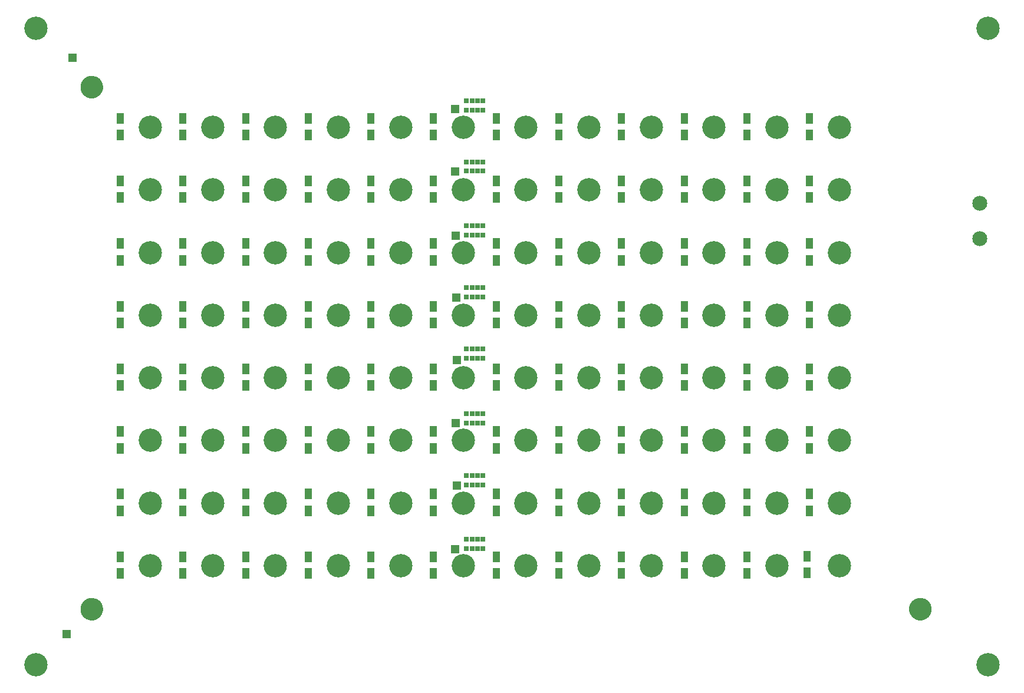
<source format=gts>
G75*
%MOIN*%
%OFA0B0*%
%FSLAX25Y25*%
%IPPOS*%
%LPD*%
%AMOC8*
5,1,8,0,0,1.08239X$1,22.5*
%
%ADD10C,0.13198*%
%ADD11C,0.08474*%
%ADD12C,0.08600*%
%ADD13C,0.04600*%
%ADD14R,0.04143X0.06112*%
%ADD15R,0.02569X0.03159*%
%ADD16R,0.04562X0.04562*%
D10*
X0064611Y0043611D03*
X0129099Y0099674D03*
X0164532Y0099674D03*
X0199965Y0099674D03*
X0235398Y0099674D03*
X0270831Y0099674D03*
X0306265Y0099674D03*
X0341698Y0099674D03*
X0377131Y0099674D03*
X0412564Y0099674D03*
X0447997Y0099674D03*
X0483430Y0099674D03*
X0518863Y0099674D03*
X0518863Y0135107D03*
X0483430Y0135107D03*
X0447997Y0135107D03*
X0412564Y0135107D03*
X0377131Y0135107D03*
X0341698Y0135107D03*
X0306265Y0135107D03*
X0270831Y0135107D03*
X0235398Y0135107D03*
X0199965Y0135107D03*
X0164532Y0135107D03*
X0129099Y0135107D03*
X0129099Y0170540D03*
X0164532Y0170540D03*
X0199965Y0170540D03*
X0235398Y0170540D03*
X0270831Y0170540D03*
X0306265Y0170540D03*
X0341698Y0170540D03*
X0377131Y0170540D03*
X0412564Y0170540D03*
X0447997Y0170540D03*
X0483430Y0170540D03*
X0518863Y0170540D03*
X0518863Y0205973D03*
X0483430Y0205973D03*
X0447997Y0205973D03*
X0412564Y0205973D03*
X0377131Y0205973D03*
X0341698Y0205973D03*
X0306265Y0205973D03*
X0270831Y0205973D03*
X0235398Y0205973D03*
X0199965Y0205973D03*
X0164532Y0205973D03*
X0129099Y0205973D03*
X0129099Y0241406D03*
X0164532Y0241406D03*
X0199965Y0241406D03*
X0235398Y0241406D03*
X0270831Y0241406D03*
X0306265Y0241406D03*
X0341698Y0241406D03*
X0377131Y0241406D03*
X0412564Y0241406D03*
X0447997Y0241406D03*
X0483430Y0241406D03*
X0518863Y0241406D03*
X0518863Y0276839D03*
X0483430Y0276839D03*
X0447997Y0276839D03*
X0412564Y0276839D03*
X0377131Y0276839D03*
X0341698Y0276839D03*
X0306265Y0276839D03*
X0270831Y0276839D03*
X0235398Y0276839D03*
X0199965Y0276839D03*
X0164532Y0276839D03*
X0129099Y0276839D03*
X0129099Y0312272D03*
X0164532Y0312272D03*
X0199965Y0312272D03*
X0235398Y0312272D03*
X0270831Y0312272D03*
X0306265Y0312272D03*
X0341698Y0312272D03*
X0377131Y0312272D03*
X0412564Y0312272D03*
X0447997Y0312272D03*
X0483430Y0312272D03*
X0518863Y0312272D03*
X0518863Y0347706D03*
X0483430Y0347706D03*
X0447997Y0347706D03*
X0412564Y0347706D03*
X0377131Y0347706D03*
X0341698Y0347706D03*
X0306265Y0347706D03*
X0270831Y0347706D03*
X0235398Y0347706D03*
X0199965Y0347706D03*
X0164532Y0347706D03*
X0129099Y0347706D03*
X0064611Y0403769D03*
X0603036Y0403769D03*
X0603036Y0043611D03*
D11*
X0598371Y0284709D03*
X0598371Y0304709D03*
D12*
X0562642Y0075107D02*
X0562644Y0075195D01*
X0562650Y0075283D01*
X0562660Y0075371D01*
X0562674Y0075459D01*
X0562691Y0075545D01*
X0562713Y0075631D01*
X0562738Y0075715D01*
X0562768Y0075799D01*
X0562800Y0075881D01*
X0562837Y0075961D01*
X0562877Y0076040D01*
X0562921Y0076117D01*
X0562968Y0076192D01*
X0563018Y0076264D01*
X0563072Y0076335D01*
X0563128Y0076402D01*
X0563188Y0076468D01*
X0563250Y0076530D01*
X0563316Y0076590D01*
X0563383Y0076646D01*
X0563454Y0076700D01*
X0563526Y0076750D01*
X0563601Y0076797D01*
X0563678Y0076841D01*
X0563757Y0076881D01*
X0563837Y0076918D01*
X0563919Y0076950D01*
X0564003Y0076980D01*
X0564087Y0077005D01*
X0564173Y0077027D01*
X0564259Y0077044D01*
X0564347Y0077058D01*
X0564435Y0077068D01*
X0564523Y0077074D01*
X0564611Y0077076D01*
X0564699Y0077074D01*
X0564787Y0077068D01*
X0564875Y0077058D01*
X0564963Y0077044D01*
X0565049Y0077027D01*
X0565135Y0077005D01*
X0565219Y0076980D01*
X0565303Y0076950D01*
X0565385Y0076918D01*
X0565465Y0076881D01*
X0565544Y0076841D01*
X0565621Y0076797D01*
X0565696Y0076750D01*
X0565768Y0076700D01*
X0565839Y0076646D01*
X0565906Y0076590D01*
X0565972Y0076530D01*
X0566034Y0076468D01*
X0566094Y0076402D01*
X0566150Y0076335D01*
X0566204Y0076264D01*
X0566254Y0076192D01*
X0566301Y0076117D01*
X0566345Y0076040D01*
X0566385Y0075961D01*
X0566422Y0075881D01*
X0566454Y0075799D01*
X0566484Y0075715D01*
X0566509Y0075631D01*
X0566531Y0075545D01*
X0566548Y0075459D01*
X0566562Y0075371D01*
X0566572Y0075283D01*
X0566578Y0075195D01*
X0566580Y0075107D01*
X0566578Y0075019D01*
X0566572Y0074931D01*
X0566562Y0074843D01*
X0566548Y0074755D01*
X0566531Y0074669D01*
X0566509Y0074583D01*
X0566484Y0074499D01*
X0566454Y0074415D01*
X0566422Y0074333D01*
X0566385Y0074253D01*
X0566345Y0074174D01*
X0566301Y0074097D01*
X0566254Y0074022D01*
X0566204Y0073950D01*
X0566150Y0073879D01*
X0566094Y0073812D01*
X0566034Y0073746D01*
X0565972Y0073684D01*
X0565906Y0073624D01*
X0565839Y0073568D01*
X0565768Y0073514D01*
X0565696Y0073464D01*
X0565621Y0073417D01*
X0565544Y0073373D01*
X0565465Y0073333D01*
X0565385Y0073296D01*
X0565303Y0073264D01*
X0565219Y0073234D01*
X0565135Y0073209D01*
X0565049Y0073187D01*
X0564963Y0073170D01*
X0564875Y0073156D01*
X0564787Y0073146D01*
X0564699Y0073140D01*
X0564611Y0073138D01*
X0564523Y0073140D01*
X0564435Y0073146D01*
X0564347Y0073156D01*
X0564259Y0073170D01*
X0564173Y0073187D01*
X0564087Y0073209D01*
X0564003Y0073234D01*
X0563919Y0073264D01*
X0563837Y0073296D01*
X0563757Y0073333D01*
X0563678Y0073373D01*
X0563601Y0073417D01*
X0563526Y0073464D01*
X0563454Y0073514D01*
X0563383Y0073568D01*
X0563316Y0073624D01*
X0563250Y0073684D01*
X0563188Y0073746D01*
X0563128Y0073812D01*
X0563072Y0073879D01*
X0563018Y0073950D01*
X0562968Y0074022D01*
X0562921Y0074097D01*
X0562877Y0074174D01*
X0562837Y0074253D01*
X0562800Y0074333D01*
X0562768Y0074415D01*
X0562738Y0074499D01*
X0562713Y0074583D01*
X0562691Y0074669D01*
X0562674Y0074755D01*
X0562660Y0074843D01*
X0562650Y0074931D01*
X0562644Y0075019D01*
X0562642Y0075107D01*
X0094138Y0075107D02*
X0094140Y0075195D01*
X0094146Y0075283D01*
X0094156Y0075371D01*
X0094170Y0075459D01*
X0094187Y0075545D01*
X0094209Y0075631D01*
X0094234Y0075715D01*
X0094264Y0075799D01*
X0094296Y0075881D01*
X0094333Y0075961D01*
X0094373Y0076040D01*
X0094417Y0076117D01*
X0094464Y0076192D01*
X0094514Y0076264D01*
X0094568Y0076335D01*
X0094624Y0076402D01*
X0094684Y0076468D01*
X0094746Y0076530D01*
X0094812Y0076590D01*
X0094879Y0076646D01*
X0094950Y0076700D01*
X0095022Y0076750D01*
X0095097Y0076797D01*
X0095174Y0076841D01*
X0095253Y0076881D01*
X0095333Y0076918D01*
X0095415Y0076950D01*
X0095499Y0076980D01*
X0095583Y0077005D01*
X0095669Y0077027D01*
X0095755Y0077044D01*
X0095843Y0077058D01*
X0095931Y0077068D01*
X0096019Y0077074D01*
X0096107Y0077076D01*
X0096195Y0077074D01*
X0096283Y0077068D01*
X0096371Y0077058D01*
X0096459Y0077044D01*
X0096545Y0077027D01*
X0096631Y0077005D01*
X0096715Y0076980D01*
X0096799Y0076950D01*
X0096881Y0076918D01*
X0096961Y0076881D01*
X0097040Y0076841D01*
X0097117Y0076797D01*
X0097192Y0076750D01*
X0097264Y0076700D01*
X0097335Y0076646D01*
X0097402Y0076590D01*
X0097468Y0076530D01*
X0097530Y0076468D01*
X0097590Y0076402D01*
X0097646Y0076335D01*
X0097700Y0076264D01*
X0097750Y0076192D01*
X0097797Y0076117D01*
X0097841Y0076040D01*
X0097881Y0075961D01*
X0097918Y0075881D01*
X0097950Y0075799D01*
X0097980Y0075715D01*
X0098005Y0075631D01*
X0098027Y0075545D01*
X0098044Y0075459D01*
X0098058Y0075371D01*
X0098068Y0075283D01*
X0098074Y0075195D01*
X0098076Y0075107D01*
X0098074Y0075019D01*
X0098068Y0074931D01*
X0098058Y0074843D01*
X0098044Y0074755D01*
X0098027Y0074669D01*
X0098005Y0074583D01*
X0097980Y0074499D01*
X0097950Y0074415D01*
X0097918Y0074333D01*
X0097881Y0074253D01*
X0097841Y0074174D01*
X0097797Y0074097D01*
X0097750Y0074022D01*
X0097700Y0073950D01*
X0097646Y0073879D01*
X0097590Y0073812D01*
X0097530Y0073746D01*
X0097468Y0073684D01*
X0097402Y0073624D01*
X0097335Y0073568D01*
X0097264Y0073514D01*
X0097192Y0073464D01*
X0097117Y0073417D01*
X0097040Y0073373D01*
X0096961Y0073333D01*
X0096881Y0073296D01*
X0096799Y0073264D01*
X0096715Y0073234D01*
X0096631Y0073209D01*
X0096545Y0073187D01*
X0096459Y0073170D01*
X0096371Y0073156D01*
X0096283Y0073146D01*
X0096195Y0073140D01*
X0096107Y0073138D01*
X0096019Y0073140D01*
X0095931Y0073146D01*
X0095843Y0073156D01*
X0095755Y0073170D01*
X0095669Y0073187D01*
X0095583Y0073209D01*
X0095499Y0073234D01*
X0095415Y0073264D01*
X0095333Y0073296D01*
X0095253Y0073333D01*
X0095174Y0073373D01*
X0095097Y0073417D01*
X0095022Y0073464D01*
X0094950Y0073514D01*
X0094879Y0073568D01*
X0094812Y0073624D01*
X0094746Y0073684D01*
X0094684Y0073746D01*
X0094624Y0073812D01*
X0094568Y0073879D01*
X0094514Y0073950D01*
X0094464Y0074022D01*
X0094417Y0074097D01*
X0094373Y0074174D01*
X0094333Y0074253D01*
X0094296Y0074333D01*
X0094264Y0074415D01*
X0094234Y0074499D01*
X0094209Y0074583D01*
X0094187Y0074669D01*
X0094170Y0074755D01*
X0094156Y0074843D01*
X0094146Y0074931D01*
X0094140Y0075019D01*
X0094138Y0075107D01*
X0094138Y0370383D02*
X0094140Y0370471D01*
X0094146Y0370559D01*
X0094156Y0370647D01*
X0094170Y0370735D01*
X0094187Y0370821D01*
X0094209Y0370907D01*
X0094234Y0370991D01*
X0094264Y0371075D01*
X0094296Y0371157D01*
X0094333Y0371237D01*
X0094373Y0371316D01*
X0094417Y0371393D01*
X0094464Y0371468D01*
X0094514Y0371540D01*
X0094568Y0371611D01*
X0094624Y0371678D01*
X0094684Y0371744D01*
X0094746Y0371806D01*
X0094812Y0371866D01*
X0094879Y0371922D01*
X0094950Y0371976D01*
X0095022Y0372026D01*
X0095097Y0372073D01*
X0095174Y0372117D01*
X0095253Y0372157D01*
X0095333Y0372194D01*
X0095415Y0372226D01*
X0095499Y0372256D01*
X0095583Y0372281D01*
X0095669Y0372303D01*
X0095755Y0372320D01*
X0095843Y0372334D01*
X0095931Y0372344D01*
X0096019Y0372350D01*
X0096107Y0372352D01*
X0096195Y0372350D01*
X0096283Y0372344D01*
X0096371Y0372334D01*
X0096459Y0372320D01*
X0096545Y0372303D01*
X0096631Y0372281D01*
X0096715Y0372256D01*
X0096799Y0372226D01*
X0096881Y0372194D01*
X0096961Y0372157D01*
X0097040Y0372117D01*
X0097117Y0372073D01*
X0097192Y0372026D01*
X0097264Y0371976D01*
X0097335Y0371922D01*
X0097402Y0371866D01*
X0097468Y0371806D01*
X0097530Y0371744D01*
X0097590Y0371678D01*
X0097646Y0371611D01*
X0097700Y0371540D01*
X0097750Y0371468D01*
X0097797Y0371393D01*
X0097841Y0371316D01*
X0097881Y0371237D01*
X0097918Y0371157D01*
X0097950Y0371075D01*
X0097980Y0370991D01*
X0098005Y0370907D01*
X0098027Y0370821D01*
X0098044Y0370735D01*
X0098058Y0370647D01*
X0098068Y0370559D01*
X0098074Y0370471D01*
X0098076Y0370383D01*
X0098074Y0370295D01*
X0098068Y0370207D01*
X0098058Y0370119D01*
X0098044Y0370031D01*
X0098027Y0369945D01*
X0098005Y0369859D01*
X0097980Y0369775D01*
X0097950Y0369691D01*
X0097918Y0369609D01*
X0097881Y0369529D01*
X0097841Y0369450D01*
X0097797Y0369373D01*
X0097750Y0369298D01*
X0097700Y0369226D01*
X0097646Y0369155D01*
X0097590Y0369088D01*
X0097530Y0369022D01*
X0097468Y0368960D01*
X0097402Y0368900D01*
X0097335Y0368844D01*
X0097264Y0368790D01*
X0097192Y0368740D01*
X0097117Y0368693D01*
X0097040Y0368649D01*
X0096961Y0368609D01*
X0096881Y0368572D01*
X0096799Y0368540D01*
X0096715Y0368510D01*
X0096631Y0368485D01*
X0096545Y0368463D01*
X0096459Y0368446D01*
X0096371Y0368432D01*
X0096283Y0368422D01*
X0096195Y0368416D01*
X0096107Y0368414D01*
X0096019Y0368416D01*
X0095931Y0368422D01*
X0095843Y0368432D01*
X0095755Y0368446D01*
X0095669Y0368463D01*
X0095583Y0368485D01*
X0095499Y0368510D01*
X0095415Y0368540D01*
X0095333Y0368572D01*
X0095253Y0368609D01*
X0095174Y0368649D01*
X0095097Y0368693D01*
X0095022Y0368740D01*
X0094950Y0368790D01*
X0094879Y0368844D01*
X0094812Y0368900D01*
X0094746Y0368960D01*
X0094684Y0369022D01*
X0094624Y0369088D01*
X0094568Y0369155D01*
X0094514Y0369226D01*
X0094464Y0369298D01*
X0094417Y0369373D01*
X0094373Y0369450D01*
X0094333Y0369529D01*
X0094296Y0369609D01*
X0094264Y0369691D01*
X0094234Y0369775D01*
X0094209Y0369859D01*
X0094187Y0369945D01*
X0094170Y0370031D01*
X0094156Y0370119D01*
X0094146Y0370207D01*
X0094140Y0370295D01*
X0094138Y0370383D01*
D13*
X0096107Y0370383D03*
X0096107Y0075107D03*
X0564611Y0075107D03*
D14*
X0500414Y0095631D03*
X0500414Y0105080D03*
X0466548Y0104753D03*
X0466548Y0095304D03*
X0431115Y0095304D03*
X0431115Y0104753D03*
X0395682Y0104753D03*
X0395682Y0095304D03*
X0360249Y0095304D03*
X0360249Y0104753D03*
X0360249Y0130737D03*
X0360249Y0140186D03*
X0395682Y0140186D03*
X0395682Y0130737D03*
X0431115Y0130737D03*
X0431115Y0140186D03*
X0431115Y0166170D03*
X0431115Y0175619D03*
X0395682Y0175619D03*
X0395682Y0166170D03*
X0360249Y0166170D03*
X0360249Y0175619D03*
X0360249Y0201603D03*
X0360249Y0211052D03*
X0395682Y0211052D03*
X0395682Y0201603D03*
X0431115Y0201603D03*
X0431115Y0211052D03*
X0431115Y0237036D03*
X0431115Y0246485D03*
X0395682Y0246485D03*
X0395682Y0237036D03*
X0360249Y0237036D03*
X0360249Y0246485D03*
X0360249Y0272469D03*
X0360249Y0281918D03*
X0395682Y0281918D03*
X0395682Y0272469D03*
X0431115Y0272469D03*
X0431115Y0281918D03*
X0431115Y0307902D03*
X0431115Y0317351D03*
X0395682Y0317351D03*
X0395682Y0307902D03*
X0360249Y0307902D03*
X0360249Y0317351D03*
X0360249Y0343335D03*
X0360249Y0352784D03*
X0395682Y0352784D03*
X0395682Y0343335D03*
X0431115Y0343335D03*
X0431115Y0352784D03*
X0466548Y0352784D03*
X0466548Y0343335D03*
X0501981Y0343335D03*
X0501981Y0352784D03*
X0501981Y0317351D03*
X0501981Y0307902D03*
X0466548Y0307902D03*
X0466548Y0317351D03*
X0466548Y0281918D03*
X0466548Y0272469D03*
X0501981Y0272469D03*
X0501981Y0281918D03*
X0501981Y0246485D03*
X0501981Y0237036D03*
X0466548Y0237036D03*
X0466548Y0246485D03*
X0466548Y0211052D03*
X0466548Y0201603D03*
X0501981Y0201603D03*
X0501981Y0211052D03*
X0501981Y0175619D03*
X0501981Y0166170D03*
X0466548Y0166170D03*
X0466548Y0175619D03*
X0466548Y0140186D03*
X0466548Y0130737D03*
X0501981Y0130737D03*
X0501981Y0140186D03*
X0324816Y0140186D03*
X0324816Y0130737D03*
X0289383Y0130737D03*
X0289383Y0140186D03*
X0253950Y0140186D03*
X0253950Y0130737D03*
X0253950Y0104753D03*
X0253950Y0095304D03*
X0289383Y0095304D03*
X0289383Y0104753D03*
X0324816Y0104753D03*
X0324816Y0095304D03*
X0324816Y0166170D03*
X0324816Y0175619D03*
X0289383Y0175619D03*
X0289383Y0166170D03*
X0253950Y0166170D03*
X0253950Y0175619D03*
X0253950Y0201603D03*
X0253950Y0211052D03*
X0289383Y0211052D03*
X0289383Y0201603D03*
X0324816Y0201603D03*
X0324816Y0211052D03*
X0324816Y0237036D03*
X0324816Y0246485D03*
X0289383Y0246485D03*
X0289383Y0237036D03*
X0253950Y0237036D03*
X0253950Y0246485D03*
X0253950Y0272469D03*
X0253950Y0281918D03*
X0289383Y0281918D03*
X0289383Y0272469D03*
X0324816Y0272469D03*
X0324816Y0281918D03*
X0324816Y0307902D03*
X0324816Y0317351D03*
X0289383Y0317351D03*
X0289383Y0307902D03*
X0253950Y0307902D03*
X0253950Y0317351D03*
X0253950Y0343335D03*
X0253950Y0352784D03*
X0289383Y0352784D03*
X0289383Y0343335D03*
X0324816Y0343335D03*
X0324816Y0352784D03*
X0218517Y0352784D03*
X0218517Y0343335D03*
X0183083Y0343335D03*
X0183083Y0352784D03*
X0147650Y0352784D03*
X0147650Y0343335D03*
X0147650Y0317351D03*
X0147650Y0307902D03*
X0183083Y0307902D03*
X0183083Y0317351D03*
X0218517Y0317351D03*
X0218517Y0307902D03*
X0218517Y0281918D03*
X0218517Y0272469D03*
X0183083Y0272469D03*
X0183083Y0281918D03*
X0147650Y0281918D03*
X0147650Y0272469D03*
X0147650Y0246485D03*
X0147650Y0237036D03*
X0183083Y0237036D03*
X0183083Y0246485D03*
X0218517Y0246485D03*
X0218517Y0237036D03*
X0218517Y0211052D03*
X0218517Y0201603D03*
X0183083Y0201603D03*
X0183083Y0211052D03*
X0147650Y0211052D03*
X0147650Y0201603D03*
X0147650Y0175619D03*
X0147650Y0166170D03*
X0183083Y0166170D03*
X0183083Y0175619D03*
X0218517Y0175619D03*
X0218517Y0166170D03*
X0218517Y0140186D03*
X0218517Y0130737D03*
X0183083Y0130737D03*
X0183083Y0140186D03*
X0147650Y0140186D03*
X0147650Y0130737D03*
X0147650Y0104753D03*
X0147650Y0095304D03*
X0183083Y0095304D03*
X0183083Y0104753D03*
X0218517Y0104753D03*
X0218517Y0095304D03*
X0112217Y0095304D03*
X0112217Y0104753D03*
X0112217Y0130737D03*
X0112217Y0140186D03*
X0112217Y0166170D03*
X0112217Y0175619D03*
X0112217Y0201603D03*
X0112217Y0211052D03*
X0112217Y0237036D03*
X0112217Y0246485D03*
X0112217Y0272469D03*
X0112217Y0281918D03*
X0112217Y0307902D03*
X0112217Y0317351D03*
X0112217Y0343335D03*
X0112217Y0352784D03*
D15*
X0307918Y0357489D03*
X0311068Y0357489D03*
X0314217Y0357489D03*
X0317367Y0357489D03*
X0317367Y0362804D03*
X0314217Y0362804D03*
X0311068Y0362804D03*
X0307918Y0362804D03*
X0307918Y0328158D03*
X0311068Y0328158D03*
X0314217Y0328158D03*
X0317367Y0328158D03*
X0317367Y0322843D03*
X0314217Y0322843D03*
X0311068Y0322843D03*
X0307918Y0322843D03*
X0307918Y0291938D03*
X0311068Y0291938D03*
X0314217Y0291938D03*
X0317367Y0291938D03*
X0317367Y0286623D03*
X0314217Y0286623D03*
X0311068Y0286623D03*
X0307918Y0286623D03*
X0307918Y0256898D03*
X0311068Y0256898D03*
X0314217Y0256898D03*
X0317367Y0256898D03*
X0317367Y0251583D03*
X0314217Y0251583D03*
X0311068Y0251583D03*
X0307918Y0251583D03*
X0307918Y0222253D03*
X0311068Y0222253D03*
X0314217Y0222253D03*
X0317367Y0222253D03*
X0317367Y0216938D03*
X0314217Y0216938D03*
X0311068Y0216938D03*
X0307918Y0216938D03*
X0307918Y0185639D03*
X0311068Y0185639D03*
X0314217Y0185639D03*
X0317367Y0185639D03*
X0317367Y0180324D03*
X0314217Y0180324D03*
X0311068Y0180324D03*
X0307918Y0180324D03*
X0307918Y0150599D03*
X0311068Y0150599D03*
X0314217Y0150599D03*
X0317367Y0150599D03*
X0317367Y0145284D03*
X0314217Y0145284D03*
X0311068Y0145284D03*
X0307918Y0145284D03*
X0307918Y0114772D03*
X0311068Y0114772D03*
X0314217Y0114772D03*
X0317367Y0114772D03*
X0317367Y0109457D03*
X0314217Y0109457D03*
X0311068Y0109457D03*
X0307918Y0109457D03*
D16*
X0301535Y0109122D03*
X0302585Y0144972D03*
X0301785Y0180222D03*
X0302485Y0216022D03*
X0302235Y0251372D03*
X0301785Y0286472D03*
X0301535Y0322822D03*
X0301685Y0358122D03*
X0085077Y0387085D03*
X0081963Y0061173D03*
M02*

</source>
